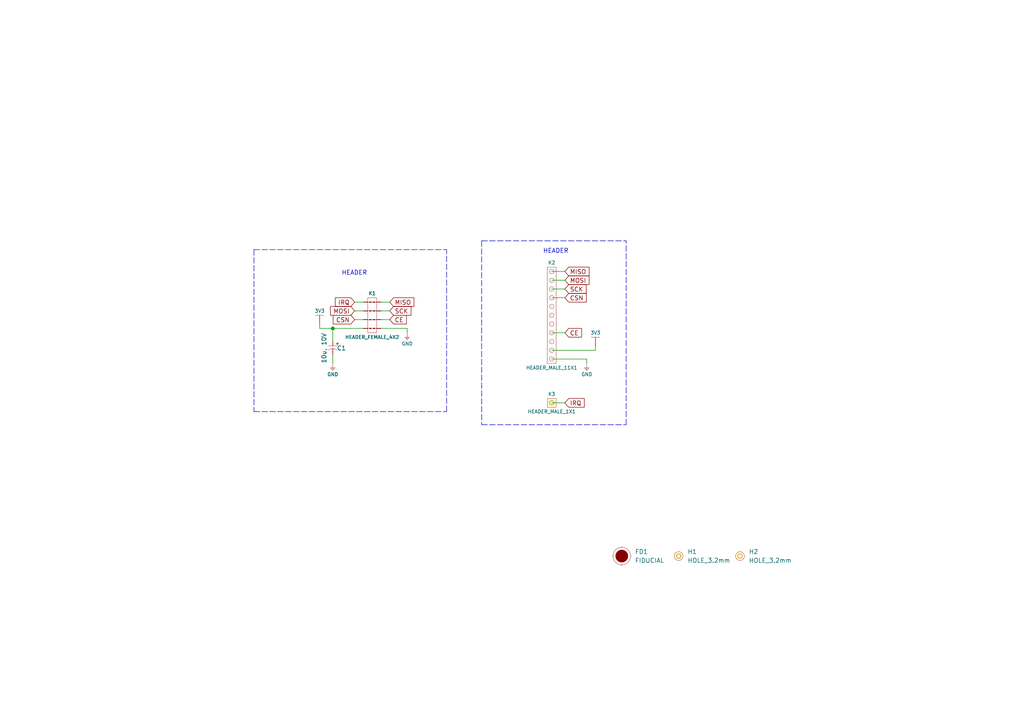
<source format=kicad_sch>
(kicad_sch (version 20211123) (generator eeschema)

  (uuid 9efc7507-1e97-4b38-975f-9c88aa49daf4)

  (paper "A4")

  (title_block
    (title "NRF24L01 adapter")
    (date "2021-09-09")
    (rev "V1.1.1.")
    (company "SOLDERED")
    (comment 1 "333059")
  )

  (lib_symbols
    (symbol "e-radionica.com schematics:3V3" (power) (pin_names (offset 0)) (in_bom yes) (on_board yes)
      (property "Reference" "#PWR" (id 0) (at 4.445 0 0)
        (effects (font (size 1 1)) hide)
      )
      (property "Value" "3V3" (id 1) (at 0 3.556 0)
        (effects (font (size 1 1)))
      )
      (property "Footprint" "" (id 2) (at 4.445 3.81 0)
        (effects (font (size 1 1)) hide)
      )
      (property "Datasheet" "" (id 3) (at 4.445 3.81 0)
        (effects (font (size 1 1)) hide)
      )
      (property "ki_keywords" "power-flag" (id 4) (at 0 0 0)
        (effects (font (size 1.27 1.27)) hide)
      )
      (property "ki_description" "Power symbol creates a global label with name \"3V3\"" (id 5) (at 0 0 0)
        (effects (font (size 1.27 1.27)) hide)
      )
      (symbol "3V3_0_1"
        (polyline
          (pts
            (xy -1.27 2.54)
            (xy 1.27 2.54)
          )
          (stroke (width 0.0006) (type default) (color 0 0 0 0))
          (fill (type none))
        )
        (polyline
          (pts
            (xy 0 0)
            (xy 0 2.54)
          )
          (stroke (width 0) (type default) (color 0 0 0 0))
          (fill (type none))
        )
      )
      (symbol "3V3_1_1"
        (pin power_in line (at 0 0 90) (length 0) hide
          (name "3V3" (effects (font (size 1.27 1.27))))
          (number "1" (effects (font (size 1.27 1.27))))
        )
      )
    )
    (symbol "e-radionica.com schematics:ELECTROLITIC_CAP_4mm" (pin_numbers hide) (pin_names hide) (in_bom yes) (on_board yes)
      (property "Reference" "C" (id 0) (at -1.27 2.54 0)
        (effects (font (size 1.27 1.27)))
      )
      (property "Value" "ELECTROLITIC_CAP_4mm" (id 1) (at 0 -2.54 0)
        (effects (font (size 1.27 1.27)))
      )
      (property "Footprint" "e-radionica.com footprinti:ELECTROLITIC_CAP_4mm" (id 2) (at 0 -5.08 0)
        (effects (font (size 1.27 1.27)) hide)
      )
      (property "Datasheet" "" (id 3) (at 0 0 0)
        (effects (font (size 1.27 1.27)) hide)
      )
      (symbol "ELECTROLITIC_CAP_4mm_0_0"
        (text "+" (at -1.905 1.27 0)
          (effects (font (size 1 1)))
        )
      )
      (symbol "ELECTROLITIC_CAP_4mm_0_1"
        (polyline
          (pts
            (xy -1.27 -1.27)
            (xy -1.27 1.27)
          )
          (stroke (width 0.0006) (type default) (color 0 0 0 0))
          (fill (type none))
        )
        (arc (start -0.0001 1.27) (mid -0.5261 0) (end -0.0001 -1.27)
          (stroke (width 0.0006) (type default) (color 0 0 0 0))
          (fill (type none))
        )
      )
      (symbol "ELECTROLITIC_CAP_4mm_1_1"
        (pin input line (at -2.54 0 0) (length 1.27)
          (name "+" (effects (font (size 1.27 1.27))))
          (number "1" (effects (font (size 1.27 1.27))))
        )
        (pin input line (at 1.27 0 180) (length 1.8)
          (name "-" (effects (font (size 1.27 1.27))))
          (number "2" (effects (font (size 1.27 1.27))))
        )
      )
    )
    (symbol "e-radionica.com schematics:FIDUCIAL" (in_bom no) (on_board yes)
      (property "Reference" "FD" (id 0) (at 0 3.81 0)
        (effects (font (size 1.27 1.27)))
      )
      (property "Value" "FIDUCIAL" (id 1) (at 0 -3.81 0)
        (effects (font (size 1.27 1.27)))
      )
      (property "Footprint" "e-radionica.com footprinti:FIDUCIAL_23" (id 2) (at 0.254 -5.334 0)
        (effects (font (size 1.27 1.27)) hide)
      )
      (property "Datasheet" "" (id 3) (at 0 0 0)
        (effects (font (size 1.27 1.27)) hide)
      )
      (symbol "FIDUCIAL_0_1"
        (polyline
          (pts
            (xy -2.54 0)
            (xy -2.794 0)
          )
          (stroke (width 0.0006) (type default) (color 0 0 0 0))
          (fill (type none))
        )
        (polyline
          (pts
            (xy 0 -2.54)
            (xy 0 -2.794)
          )
          (stroke (width 0.0006) (type default) (color 0 0 0 0))
          (fill (type none))
        )
        (polyline
          (pts
            (xy 0 2.54)
            (xy 0 2.794)
          )
          (stroke (width 0.0006) (type default) (color 0 0 0 0))
          (fill (type none))
        )
        (polyline
          (pts
            (xy 2.54 0)
            (xy 2.794 0)
          )
          (stroke (width 0.0006) (type default) (color 0 0 0 0))
          (fill (type none))
        )
        (circle (center 0 0) (radius 1.7961)
          (stroke (width 0.001) (type default) (color 0 0 0 0))
          (fill (type outline))
        )
        (circle (center 0 0) (radius 2.54)
          (stroke (width 0.0006) (type default) (color 0 0 0 0))
          (fill (type none))
        )
      )
    )
    (symbol "e-radionica.com schematics:GND" (power) (pin_names (offset 0)) (in_bom yes) (on_board yes)
      (property "Reference" "#PWR" (id 0) (at 4.445 0 0)
        (effects (font (size 1 1)) hide)
      )
      (property "Value" "GND" (id 1) (at 0 -2.921 0)
        (effects (font (size 1 1)))
      )
      (property "Footprint" "" (id 2) (at 4.445 3.81 0)
        (effects (font (size 1 1)) hide)
      )
      (property "Datasheet" "" (id 3) (at 4.445 3.81 0)
        (effects (font (size 1 1)) hide)
      )
      (property "ki_keywords" "power-flag" (id 4) (at 0 0 0)
        (effects (font (size 1.27 1.27)) hide)
      )
      (property "ki_description" "Power symbol creates a global label with name \"GND\"" (id 5) (at 0 0 0)
        (effects (font (size 1.27 1.27)) hide)
      )
      (symbol "GND_0_1"
        (polyline
          (pts
            (xy -0.762 -1.27)
            (xy 0.762 -1.27)
          )
          (stroke (width 0.0006) (type default) (color 0 0 0 0))
          (fill (type none))
        )
        (polyline
          (pts
            (xy -0.635 -1.524)
            (xy 0.635 -1.524)
          )
          (stroke (width 0.0006) (type default) (color 0 0 0 0))
          (fill (type none))
        )
        (polyline
          (pts
            (xy -0.381 -1.778)
            (xy 0.381 -1.778)
          )
          (stroke (width 0.0006) (type default) (color 0 0 0 0))
          (fill (type none))
        )
        (polyline
          (pts
            (xy -0.127 -2.032)
            (xy 0.127 -2.032)
          )
          (stroke (width 0.0006) (type default) (color 0 0 0 0))
          (fill (type none))
        )
        (polyline
          (pts
            (xy 0 0)
            (xy 0 -1.27)
          )
          (stroke (width 0.0006) (type default) (color 0 0 0 0))
          (fill (type none))
        )
      )
      (symbol "GND_1_1"
        (pin power_in line (at 0 0 270) (length 0) hide
          (name "GND" (effects (font (size 1.27 1.27))))
          (number "1" (effects (font (size 1.27 1.27))))
        )
      )
    )
    (symbol "e-radionica.com schematics:HEADER_FEMALE_4X2" (pin_numbers hide) (pin_names hide) (in_bom yes) (on_board yes)
      (property "Reference" "K" (id 0) (at -0.635 7.62 0)
        (effects (font (size 1 1)))
      )
      (property "Value" "HEADER_FEMALE_4X2" (id 1) (at 0 -5.08 0)
        (effects (font (size 1 1)))
      )
      (property "Footprint" "e-radionica.com footprinti:HEADER_FEMALE_4X2" (id 2) (at 0 -6.35 0)
        (effects (font (size 1 1)) hide)
      )
      (property "Datasheet" "" (id 3) (at 0 -2.54 0)
        (effects (font (size 1 1)) hide)
      )
      (symbol "HEADER_FEMALE_4X2_0_1"
        (rectangle (start -1.27 6.35) (end 1.27 -3.81)
          (stroke (width 0.0006) (type default) (color 0 0 0 0))
          (fill (type none))
        )
        (polyline
          (pts
            (xy -1.27 -2.54)
            (xy -0.635 -2.54)
          )
          (stroke (width 0.0006) (type default) (color 0 0 0 0))
          (fill (type none))
        )
        (polyline
          (pts
            (xy -1.27 0)
            (xy -0.635 0)
          )
          (stroke (width 0.0006) (type default) (color 0 0 0 0))
          (fill (type none))
        )
        (polyline
          (pts
            (xy -1.27 2.54)
            (xy -0.635 2.54)
          )
          (stroke (width 0.0006) (type default) (color 0 0 0 0))
          (fill (type none))
        )
        (polyline
          (pts
            (xy -1.27 5.08)
            (xy -0.635 5.08)
          )
          (stroke (width 0.0006) (type default) (color 0 0 0 0))
          (fill (type none))
        )
        (polyline
          (pts
            (xy -0.762 -2.54)
            (xy -0.254 -2.54)
          )
          (stroke (width 0.3) (type default) (color 0 0 0 0))
          (fill (type none))
        )
        (polyline
          (pts
            (xy -0.762 0)
            (xy -0.254 0)
          )
          (stroke (width 0.3) (type default) (color 0 0 0 0))
          (fill (type none))
        )
        (polyline
          (pts
            (xy -0.762 2.54)
            (xy -0.254 2.54)
          )
          (stroke (width 0.3) (type default) (color 0 0 0 0))
          (fill (type none))
        )
        (polyline
          (pts
            (xy -0.762 5.08)
            (xy -0.254 5.08)
          )
          (stroke (width 0.3) (type default) (color 0 0 0 0))
          (fill (type none))
        )
        (polyline
          (pts
            (xy 0.254 -2.54)
            (xy 0.762 -2.54)
          )
          (stroke (width 0.3) (type default) (color 0 0 0 0))
          (fill (type none))
        )
        (polyline
          (pts
            (xy 0.254 0)
            (xy 0.762 0)
          )
          (stroke (width 0.3) (type default) (color 0 0 0 0))
          (fill (type none))
        )
        (polyline
          (pts
            (xy 0.254 2.54)
            (xy 0.762 2.54)
          )
          (stroke (width 0.3) (type default) (color 0 0 0 0))
          (fill (type none))
        )
        (polyline
          (pts
            (xy 0.254 5.08)
            (xy 0.762 5.08)
          )
          (stroke (width 0.3) (type default) (color 0 0 0 0))
          (fill (type none))
        )
        (polyline
          (pts
            (xy 1.27 -2.54)
            (xy 0.635 -2.54)
          )
          (stroke (width 0.0006) (type default) (color 0 0 0 0))
          (fill (type none))
        )
        (polyline
          (pts
            (xy 1.27 0)
            (xy 0.635 0)
          )
          (stroke (width 0.0006) (type default) (color 0 0 0 0))
          (fill (type none))
        )
        (polyline
          (pts
            (xy 1.27 2.54)
            (xy 0.635 2.54)
          )
          (stroke (width 0.0006) (type default) (color 0 0 0 0))
          (fill (type none))
        )
        (polyline
          (pts
            (xy 1.27 5.08)
            (xy 0.635 5.08)
          )
          (stroke (width 0.0006) (type default) (color 0 0 0 0))
          (fill (type none))
        )
      )
      (symbol "HEADER_FEMALE_4X2_1_1"
        (pin passive line (at -2.54 5.08 0) (length 1.27)
          (name "~" (effects (font (size 1 1))))
          (number "1" (effects (font (size 1 1))))
        )
        (pin passive line (at -2.54 2.54 0) (length 1.27)
          (name "~" (effects (font (size 1 1))))
          (number "2" (effects (font (size 1 1))))
        )
        (pin passive line (at -2.54 0 0) (length 1.27)
          (name "~" (effects (font (size 1 1))))
          (number "3" (effects (font (size 1 1))))
        )
        (pin passive line (at -2.54 -2.54 0) (length 1.27)
          (name "~" (effects (font (size 1 1))))
          (number "4" (effects (font (size 1 1))))
        )
        (pin passive line (at 2.54 -2.54 180) (length 1.27)
          (name "~" (effects (font (size 1 1))))
          (number "5" (effects (font (size 1 1))))
        )
        (pin passive line (at 2.54 0 180) (length 1.27)
          (name "~" (effects (font (size 1 1))))
          (number "6" (effects (font (size 1 1))))
        )
        (pin passive line (at 2.54 2.54 180) (length 1.27)
          (name "~" (effects (font (size 1 1))))
          (number "7" (effects (font (size 1 1))))
        )
        (pin passive line (at 2.54 5.08 180) (length 1.27)
          (name "~" (effects (font (size 1 1))))
          (number "8" (effects (font (size 1 1))))
        )
      )
    )
    (symbol "e-radionica.com schematics:HEADER_MALE_11X1" (pin_numbers hide) (pin_names hide) (in_bom yes) (on_board yes)
      (property "Reference" "K" (id 0) (at -0.635 15.24 0)
        (effects (font (size 1 1)))
      )
      (property "Value" "HEADER_MALE_11X1" (id 1) (at 1.27 -15.24 0)
        (effects (font (size 1 1)))
      )
      (property "Footprint" "e-radionica.com footprinti:HEADER_MALE_11X1" (id 2) (at 0 0 0)
        (effects (font (size 1 1)) hide)
      )
      (property "Datasheet" "" (id 3) (at 0 0 0)
        (effects (font (size 1 1)) hide)
      )
      (symbol "HEADER_MALE_11X1_0_1"
        (circle (center 0 -12.7) (radius 0.635)
          (stroke (width 0.0006) (type default) (color 0 0 0 0))
          (fill (type none))
        )
        (circle (center 0 -10.16) (radius 0.635)
          (stroke (width 0.0006) (type default) (color 0 0 0 0))
          (fill (type none))
        )
        (circle (center 0 -7.62) (radius 0.635)
          (stroke (width 0.0006) (type default) (color 0 0 0 0))
          (fill (type none))
        )
        (circle (center 0 -5.08) (radius 0.635)
          (stroke (width 0.0006) (type default) (color 0 0 0 0))
          (fill (type none))
        )
        (circle (center 0 -2.54) (radius 0.635)
          (stroke (width 0.0006) (type default) (color 0 0 0 0))
          (fill (type none))
        )
        (circle (center 0 0) (radius 0.635)
          (stroke (width 0.0006) (type default) (color 0 0 0 0))
          (fill (type none))
        )
        (circle (center 0 2.54) (radius 0.635)
          (stroke (width 0.0006) (type default) (color 0 0 0 0))
          (fill (type none))
        )
        (circle (center 0 5.08) (radius 0.635)
          (stroke (width 0.0006) (type default) (color 0 0 0 0))
          (fill (type none))
        )
        (circle (center 0 7.62) (radius 0.635)
          (stroke (width 0.0006) (type default) (color 0 0 0 0))
          (fill (type none))
        )
        (circle (center 0 10.16) (radius 0.635)
          (stroke (width 0.0006) (type default) (color 0 0 0 0))
          (fill (type none))
        )
        (circle (center 0 12.7) (radius 0.635)
          (stroke (width 0.0006) (type default) (color 0 0 0 0))
          (fill (type none))
        )
        (rectangle (start 1.27 -13.97) (end -1.27 13.97)
          (stroke (width 0.0006) (type default) (color 0 0 0 0))
          (fill (type none))
        )
      )
      (symbol "HEADER_MALE_11X1_1_1"
        (pin passive line (at 0 -12.7 180) (length 0)
          (name "~" (effects (font (size 0.991 0.991))))
          (number "1" (effects (font (size 0.991 0.991))))
        )
        (pin passive line (at 0 10.16 180) (length 0)
          (name "~" (effects (font (size 0.991 0.991))))
          (number "10" (effects (font (size 0.991 0.991))))
        )
        (pin passive line (at 0 12.7 180) (length 0)
          (name "~" (effects (font (size 0.991 0.991))))
          (number "11" (effects (font (size 0.991 0.991))))
        )
        (pin passive line (at 0 -10.16 180) (length 0)
          (name "~" (effects (font (size 0.991 0.991))))
          (number "2" (effects (font (size 0.991 0.991))))
        )
        (pin passive line (at 0 -7.62 180) (length 0)
          (name "~" (effects (font (size 0.991 0.991))))
          (number "3" (effects (font (size 0.991 0.991))))
        )
        (pin passive line (at 0 -5.08 180) (length 0)
          (name "~" (effects (font (size 0.991 0.991))))
          (number "4" (effects (font (size 0.991 0.991))))
        )
        (pin passive line (at 0 -2.54 180) (length 0)
          (name "~" (effects (font (size 0.991 0.991))))
          (number "5" (effects (font (size 0.991 0.991))))
        )
        (pin passive line (at 0 0 180) (length 0)
          (name "~" (effects (font (size 0.991 0.991))))
          (number "6" (effects (font (size 0.991 0.991))))
        )
        (pin passive line (at 0 2.54 180) (length 0)
          (name "~" (effects (font (size 0.991 0.991))))
          (number "7" (effects (font (size 0.991 0.991))))
        )
        (pin passive line (at 0 5.08 180) (length 0)
          (name "~" (effects (font (size 0.991 0.991))))
          (number "8" (effects (font (size 0.991 0.991))))
        )
        (pin passive line (at 0 7.62 180) (length 0)
          (name "~" (effects (font (size 0.991 0.991))))
          (number "9" (effects (font (size 0.991 0.991))))
        )
      )
    )
    (symbol "e-radionica.com schematics:HEADER_MALE_1X1" (pin_numbers hide) (pin_names hide) (in_bom yes) (on_board yes)
      (property "Reference" "K" (id 0) (at -0.635 2.54 0)
        (effects (font (size 1 1)))
      )
      (property "Value" "HEADER_MALE_1X1" (id 1) (at 0 -2.54 0)
        (effects (font (size 1 1)))
      )
      (property "Footprint" "e-radionica.com footprinti:HEADER_MALE_1X1" (id 2) (at 0 0 0)
        (effects (font (size 1 1)) hide)
      )
      (property "Datasheet" "" (id 3) (at 0 0 0)
        (effects (font (size 1 1)) hide)
      )
      (symbol "HEADER_MALE_1X1_0_1"
        (rectangle (start -1.27 1.27) (end 1.27 -1.27)
          (stroke (width 0.001) (type default) (color 0 0 0 0))
          (fill (type background))
        )
        (circle (center 0 0) (radius 0.635)
          (stroke (width 0.0006) (type default) (color 0 0 0 0))
          (fill (type none))
        )
      )
      (symbol "HEADER_MALE_1X1_1_1"
        (pin passive line (at 0 0 180) (length 0)
          (name "~" (effects (font (size 1 1))))
          (number "1" (effects (font (size 1 1))))
        )
      )
    )
    (symbol "e-radionica.com schematics:HOLE_3.2mm" (pin_numbers hide) (pin_names hide) (in_bom yes) (on_board yes)
      (property "Reference" "H" (id 0) (at 0 2.54 0)
        (effects (font (size 1.27 1.27)))
      )
      (property "Value" "HOLE_3.2mm" (id 1) (at 0 -2.54 0)
        (effects (font (size 1.27 1.27)))
      )
      (property "Footprint" "e-radionica.com footprinti:HOLE_3.2mm" (id 2) (at 0 0 0)
        (effects (font (size 1.27 1.27)) hide)
      )
      (property "Datasheet" "" (id 3) (at 0 0 0)
        (effects (font (size 1.27 1.27)) hide)
      )
      (symbol "HOLE_3.2mm_0_1"
        (circle (center 0 0) (radius 0.635)
          (stroke (width 0.0006) (type default) (color 0 0 0 0))
          (fill (type none))
        )
        (circle (center 0 0) (radius 1.27)
          (stroke (width 0.001) (type default) (color 0 0 0 0))
          (fill (type background))
        )
      )
    )
  )

  (junction (at 96.52 95.25) (diameter 0.9144) (color 0 0 0 0)
    (uuid bd5408e4-362d-4e43-9d39-78fb99eb52c8)
  )

  (wire (pts (xy 160.02 81.28) (xy 163.83 81.28))
    (stroke (width 0) (type solid) (color 0 0 0 0))
    (uuid 0c5963e4-73b7-467b-9de7-6e9409b0f931)
  )
  (wire (pts (xy 160.02 96.52) (xy 163.83 96.52))
    (stroke (width 0) (type solid) (color 0 0 0 0))
    (uuid 0e7ede17-1ba9-4606-9439-d122f52d6f5b)
  )
  (wire (pts (xy 110.49 90.17) (xy 113.03 90.17))
    (stroke (width 0) (type solid) (color 0 0 0 0))
    (uuid 102bcae0-f86a-43d7-b906-0c5a988fa0a2)
  )
  (polyline (pts (xy 139.7 69.85) (xy 139.7 123.19))
    (stroke (width 0) (type dash) (color 0 0 0 0))
    (uuid 191cbcb4-19cf-41e0-a075-dda66256f0fa)
  )
  (polyline (pts (xy 139.7 69.85) (xy 181.61 69.85))
    (stroke (width 0) (type dash) (color 0 0 0 0))
    (uuid 191cbcb4-19cf-41e0-a075-dda66256f0fb)
  )
  (polyline (pts (xy 139.7 123.19) (xy 181.61 123.19))
    (stroke (width 0) (type dash) (color 0 0 0 0))
    (uuid 191cbcb4-19cf-41e0-a075-dda66256f0fc)
  )
  (polyline (pts (xy 181.61 123.19) (xy 181.61 69.85))
    (stroke (width 0) (type dash) (color 0 0 0 0))
    (uuid 191cbcb4-19cf-41e0-a075-dda66256f0fd)
  )

  (wire (pts (xy 110.49 95.25) (xy 118.11 95.25))
    (stroke (width 0) (type solid) (color 0 0 0 0))
    (uuid 1d686364-57ba-4e70-9de1-2704446ea0f8)
  )
  (wire (pts (xy 118.11 95.25) (xy 118.11 96.52))
    (stroke (width 0) (type solid) (color 0 0 0 0))
    (uuid 1d686364-57ba-4e70-9de1-2704446ea0f9)
  )
  (wire (pts (xy 110.49 92.71) (xy 113.03 92.71))
    (stroke (width 0) (type solid) (color 0 0 0 0))
    (uuid 2d744528-5bc1-4883-8440-fee1204dd6fa)
  )
  (wire (pts (xy 160.02 104.14) (xy 170.18 104.14))
    (stroke (width 0) (type solid) (color 0 0 0 0))
    (uuid 2ff431d4-b98d-4cab-96ad-2e84c49905ac)
  )
  (wire (pts (xy 170.18 104.14) (xy 170.18 105.41))
    (stroke (width 0) (type solid) (color 0 0 0 0))
    (uuid 2ff431d4-b98d-4cab-96ad-2e84c49905ad)
  )
  (wire (pts (xy 92.71 95.25) (xy 92.71 93.98))
    (stroke (width 0) (type solid) (color 0 0 0 0))
    (uuid 30473fc4-af76-45e9-9a05-c221dcc6ede0)
  )
  (wire (pts (xy 96.52 95.25) (xy 92.71 95.25))
    (stroke (width 0) (type solid) (color 0 0 0 0))
    (uuid 30473fc4-af76-45e9-9a05-c221dcc6ede1)
  )
  (wire (pts (xy 105.41 95.25) (xy 96.52 95.25))
    (stroke (width 0) (type solid) (color 0 0 0 0))
    (uuid 30473fc4-af76-45e9-9a05-c221dcc6ede2)
  )
  (wire (pts (xy 110.49 87.63) (xy 113.03 87.63))
    (stroke (width 0) (type solid) (color 0 0 0 0))
    (uuid 3bd9d9d9-7238-43db-abe1-790e181fd7d2)
  )
  (wire (pts (xy 102.87 87.63) (xy 105.41 87.63))
    (stroke (width 0) (type solid) (color 0 0 0 0))
    (uuid 4768da6d-8c4a-4394-b499-fb8e3a15d347)
  )
  (wire (pts (xy 160.02 83.82) (xy 163.83 83.82))
    (stroke (width 0) (type solid) (color 0 0 0 0))
    (uuid 841f0b84-4763-4d32-83f0-2912f2b52d16)
  )
  (wire (pts (xy 160.02 101.6) (xy 172.72 101.6))
    (stroke (width 0) (type solid) (color 0 0 0 0))
    (uuid 890a6dcc-e96a-4c54-8f3c-4edcc3bf0a82)
  )
  (wire (pts (xy 172.72 101.6) (xy 172.72 100.33))
    (stroke (width 0) (type solid) (color 0 0 0 0))
    (uuid 890a6dcc-e96a-4c54-8f3c-4edcc3bf0a83)
  )
  (wire (pts (xy 102.87 92.71) (xy 105.41 92.71))
    (stroke (width 0) (type solid) (color 0 0 0 0))
    (uuid 991f5b52-26ac-4f99-ba1b-5dac016102f4)
  )
  (wire (pts (xy 96.52 95.25) (xy 96.52 99.06))
    (stroke (width 0) (type solid) (color 0 0 0 0))
    (uuid b478d6f5-be14-4f80-9157-1e2e5cff0c78)
  )
  (wire (pts (xy 160.02 116.84) (xy 163.83 116.84))
    (stroke (width 0) (type solid) (color 0 0 0 0))
    (uuid b7858285-bda5-4831-a033-6279f83c43e6)
  )
  (wire (pts (xy 160.02 86.36) (xy 163.83 86.36))
    (stroke (width 0) (type solid) (color 0 0 0 0))
    (uuid cc605dc7-48e8-4f65-9cdd-23a66b49d85f)
  )
  (wire (pts (xy 160.02 78.74) (xy 163.83 78.74))
    (stroke (width 0) (type solid) (color 0 0 0 0))
    (uuid cd2e063b-9c4a-4079-826f-fc10caaaf2da)
  )
  (wire (pts (xy 102.87 90.17) (xy 105.41 90.17))
    (stroke (width 0) (type solid) (color 0 0 0 0))
    (uuid d2de82ca-0977-4373-9da2-2ed33aceb557)
  )
  (polyline (pts (xy 73.66 72.39) (xy 73.66 119.38))
    (stroke (width 0) (type dash) (color 0 0 0 0))
    (uuid f81f3a40-68b7-433d-aeb2-ff3cffb3c583)
  )
  (polyline (pts (xy 73.66 72.39) (xy 129.54 72.39))
    (stroke (width 0) (type dash) (color 0 0 0 0))
    (uuid f81f3a40-68b7-433d-aeb2-ff3cffb3c584)
  )
  (polyline (pts (xy 73.66 119.38) (xy 129.54 119.38))
    (stroke (width 0) (type dash) (color 0 0 0 0))
    (uuid f81f3a40-68b7-433d-aeb2-ff3cffb3c585)
  )
  (polyline (pts (xy 129.54 119.38) (xy 129.54 72.39))
    (stroke (width 0) (type dash) (color 0 0 0 0))
    (uuid f81f3a40-68b7-433d-aeb2-ff3cffb3c586)
  )

  (wire (pts (xy 96.52 102.87) (xy 96.52 105.41))
    (stroke (width 0) (type solid) (color 0 0 0 0))
    (uuid fc1afdcc-8bc1-4e13-bb7f-9cde271e89ce)
  )

  (text "HEADER\n" (at 157.48 73.66 0)
    (effects (font (size 1.27 1.27)) (justify left bottom))
    (uuid 36facc54-a619-4231-951c-c19d4c6c968f)
  )
  (text "HEADER" (at 99.06 80.01 0)
    (effects (font (size 1.27 1.27)) (justify left bottom))
    (uuid acec7841-3c75-42e0-8d10-bd12715a7cb2)
  )

  (global_label "CE" (shape input) (at 163.83 96.52 0) (fields_autoplaced)
    (effects (font (size 1.27 1.27)) (justify left))
    (uuid 1b881a19-c74c-445f-95d1-b472f0138cf5)
    (property "Intersheet References" "${INTERSHEET_REFS}" (id 0) (at 168.6621 96.4406 0)
      (effects (font (size 1.27 1.27)) (justify left) hide)
    )
  )
  (global_label "MOSI" (shape input) (at 102.87 90.17 180) (fields_autoplaced)
    (effects (font (size 1.27 1.27)) (justify right))
    (uuid 3dea750a-ed06-4244-bff1-e67731161ea0)
    (property "Intersheet References" "${INTERSHEET_REFS}" (id 0) (at 95.8607 90.0906 0)
      (effects (font (size 1.27 1.27)) (justify right) hide)
    )
  )
  (global_label "IRQ" (shape input) (at 102.87 87.63 180) (fields_autoplaced)
    (effects (font (size 1.27 1.27)) (justify right))
    (uuid 62af63da-3e34-4dd5-9ec0-2e3b07c26892)
    (property "Intersheet References" "${INTERSHEET_REFS}" (id 0) (at 97.2517 87.5506 0)
      (effects (font (size 1.27 1.27)) (justify right) hide)
    )
  )
  (global_label "SCK" (shape input) (at 113.03 90.17 0) (fields_autoplaced)
    (effects (font (size 1.27 1.27)) (justify left))
    (uuid 86a1b09e-178e-4221-88dc-b0e78c86b6f9)
    (property "Intersheet References" "${INTERSHEET_REFS}" (id 0) (at 119.1926 90.0906 0)
      (effects (font (size 1.27 1.27)) (justify left) hide)
    )
  )
  (global_label "MOSI" (shape input) (at 163.83 81.28 0) (fields_autoplaced)
    (effects (font (size 1.27 1.27)) (justify left))
    (uuid 94582cad-1786-4c81-8a4c-7620f9b627ca)
    (property "Intersheet References" "${INTERSHEET_REFS}" (id 0) (at 170.8393 81.3594 0)
      (effects (font (size 1.27 1.27)) (justify left) hide)
    )
  )
  (global_label "CSN" (shape input) (at 163.83 86.36 0) (fields_autoplaced)
    (effects (font (size 1.27 1.27)) (justify left))
    (uuid 9eaa171b-39d1-43c2-bba6-62f15220ef2f)
    (property "Intersheet References" "${INTERSHEET_REFS}" (id 0) (at 170.0531 86.4394 0)
      (effects (font (size 1.27 1.27)) (justify left) hide)
    )
  )
  (global_label "CSN" (shape input) (at 102.87 92.71 180) (fields_autoplaced)
    (effects (font (size 1.27 1.27)) (justify right))
    (uuid a07cdea6-e71f-41de-a5f9-878a8311ecc5)
    (property "Intersheet References" "${INTERSHEET_REFS}" (id 0) (at 96.6469 92.6306 0)
      (effects (font (size 1.27 1.27)) (justify right) hide)
    )
  )
  (global_label "MISO" (shape input) (at 163.83 78.74 0) (fields_autoplaced)
    (effects (font (size 1.27 1.27)) (justify left))
    (uuid b08e534d-39c4-42ab-b88d-e2a01c5075d2)
    (property "Intersheet References" "${INTERSHEET_REFS}" (id 0) (at 170.8393 78.6606 0)
      (effects (font (size 1.27 1.27)) (justify left) hide)
    )
  )
  (global_label "MISO" (shape input) (at 113.03 87.63 0) (fields_autoplaced)
    (effects (font (size 1.27 1.27)) (justify left))
    (uuid b84a5351-efcf-4e00-b051-c27a5516a0f7)
    (property "Intersheet References" "${INTERSHEET_REFS}" (id 0) (at 120.0393 87.5506 0)
      (effects (font (size 1.27 1.27)) (justify left) hide)
    )
  )
  (global_label "IRQ" (shape input) (at 163.83 116.84 0) (fields_autoplaced)
    (effects (font (size 1.27 1.27)) (justify left))
    (uuid d1f2d0b9-c4d7-4160-b008-d8fe3c41804b)
    (property "Intersheet References" "${INTERSHEET_REFS}" (id 0) (at 169.4483 116.9194 0)
      (effects (font (size 1.27 1.27)) (justify left) hide)
    )
  )
  (global_label "CE" (shape input) (at 113.03 92.71 0) (fields_autoplaced)
    (effects (font (size 1.27 1.27)) (justify left))
    (uuid e82e8f87-234b-4426-a5ea-a324d67a8198)
    (property "Intersheet References" "${INTERSHEET_REFS}" (id 0) (at 117.8621 92.6306 0)
      (effects (font (size 1.27 1.27)) (justify left) hide)
    )
  )
  (global_label "SCK" (shape input) (at 163.83 83.82 0) (fields_autoplaced)
    (effects (font (size 1.27 1.27)) (justify left))
    (uuid f889dc2a-d501-413e-8496-197c359d0b77)
    (property "Intersheet References" "${INTERSHEET_REFS}" (id 0) (at 169.9926 83.7406 0)
      (effects (font (size 1.27 1.27)) (justify left) hide)
    )
  )

  (symbol (lib_id "e-radionica.com schematics:HOLE_3.2mm") (at 196.85 161.29 0) (unit 1)
    (in_bom yes) (on_board yes) (fields_autoplaced)
    (uuid 06895997-133d-458a-9434-19aea2e63674)
    (property "Reference" "H1" (id 0) (at 199.39 160.0199 0)
      (effects (font (size 1.27 1.27)) (justify left))
    )
    (property "Value" "HOLE_3.2mm" (id 1) (at 199.39 162.5599 0)
      (effects (font (size 1.27 1.27)) (justify left))
    )
    (property "Footprint" "e-radionica.com footprinti:HOLE_3.2mm" (id 2) (at 196.85 161.29 0)
      (effects (font (size 1.27 1.27)) hide)
    )
    (property "Datasheet" "" (id 3) (at 196.85 161.29 0)
      (effects (font (size 1.27 1.27)) hide)
    )
  )

  (symbol (lib_id "e-radionica.com schematics:FIDUCIAL") (at 180.34 161.29 0) (unit 1)
    (in_bom no) (on_board yes) (fields_autoplaced)
    (uuid 10d2a085-c3b9-41f1-86a6-a547dc9ea8d6)
    (property "Reference" "FD1" (id 0) (at 184.15 160.0199 0)
      (effects (font (size 1.27 1.27)) (justify left))
    )
    (property "Value" "FIDUCIAL" (id 1) (at 184.15 162.5599 0)
      (effects (font (size 1.27 1.27)) (justify left))
    )
    (property "Footprint" "e-radionica.com footprinti:FIDUCIAL_23" (id 2) (at 180.594 166.624 0)
      (effects (font (size 1.27 1.27)) hide)
    )
    (property "Datasheet" "" (id 3) (at 180.34 161.29 0)
      (effects (font (size 1.27 1.27)) hide)
    )
  )

  (symbol (lib_id "e-radionica.com schematics:GND") (at 170.18 105.41 0) (unit 1)
    (in_bom yes) (on_board yes)
    (uuid 15311c52-d265-490b-8705-8c0252c31f6b)
    (property "Reference" "#PWR04" (id 0) (at 174.625 105.41 0)
      (effects (font (size 1 1)) hide)
    )
    (property "Value" "GND" (id 1) (at 170.18 108.585 0)
      (effects (font (size 1 1)))
    )
    (property "Footprint" "" (id 2) (at 174.625 101.6 0)
      (effects (font (size 1 1)) hide)
    )
    (property "Datasheet" "" (id 3) (at 174.625 101.6 0)
      (effects (font (size 1 1)) hide)
    )
    (pin "1" (uuid b542925b-f6b7-45a3-a52b-31ea7586de89))
  )

  (symbol (lib_id "e-radionica.com schematics:GND") (at 118.11 96.52 0) (unit 1)
    (in_bom yes) (on_board yes)
    (uuid 738b8360-27c3-4795-a040-f264094959fc)
    (property "Reference" "#PWR03" (id 0) (at 122.555 96.52 0)
      (effects (font (size 1 1)) hide)
    )
    (property "Value" "GND" (id 1) (at 118.11 99.695 0)
      (effects (font (size 1 1)))
    )
    (property "Footprint" "" (id 2) (at 122.555 92.71 0)
      (effects (font (size 1 1)) hide)
    )
    (property "Datasheet" "" (id 3) (at 122.555 92.71 0)
      (effects (font (size 1 1)) hide)
    )
    (pin "1" (uuid cfa497d4-80c6-4fdc-9b68-494ccab28384))
  )

  (symbol (lib_id "e-radionica.com schematics:HEADER_FEMALE_4X2") (at 107.95 92.71 0) (unit 1)
    (in_bom yes) (on_board yes)
    (uuid 8ac75fb8-6267-44b3-94fa-cfee460d9ec3)
    (property "Reference" "K1" (id 0) (at 107.95 85.09 0)
      (effects (font (size 1 1)))
    )
    (property "Value" "HEADER_FEMALE_4X2" (id 1) (at 107.95 97.79 0)
      (effects (font (size 1 1)))
    )
    (property "Footprint" "e-radionica.com footprinti:HEADER_FEMALE_4X2" (id 2) (at 107.95 99.06 0)
      (effects (font (size 1 1)) hide)
    )
    (property "Datasheet" "" (id 3) (at 107.95 95.25 0)
      (effects (font (size 1 1)) hide)
    )
    (pin "1" (uuid c5711587-3f46-473e-baed-640c3d25dc3a))
    (pin "2" (uuid 0361ad7b-fb74-4050-86e2-fae77d9c4659))
    (pin "3" (uuid 7ff620ce-3090-42f3-a462-3a7c0b4da12e))
    (pin "4" (uuid f526726a-c894-40a6-8a7b-3d0e2a786ebf))
    (pin "5" (uuid 1786b5b6-f829-4f2d-8726-948c59fcb15f))
    (pin "6" (uuid b2e7a11d-7466-4ac2-a25d-33e0b051e1c6))
    (pin "7" (uuid 2819694e-c593-44f5-af74-16fa521ada44))
    (pin "8" (uuid 44232704-0829-4d84-921b-a3fb20650d9b))
  )

  (symbol (lib_id "e-radionica.com schematics:HOLE_3.2mm") (at 214.63 161.29 0) (unit 1)
    (in_bom yes) (on_board yes) (fields_autoplaced)
    (uuid 9988fd57-7322-4b8b-9b2f-9c15323dc43a)
    (property "Reference" "H2" (id 0) (at 217.17 160.0199 0)
      (effects (font (size 1.27 1.27)) (justify left))
    )
    (property "Value" "HOLE_3.2mm" (id 1) (at 217.17 162.5599 0)
      (effects (font (size 1.27 1.27)) (justify left))
    )
    (property "Footprint" "e-radionica.com footprinti:HOLE_3.2mm" (id 2) (at 214.63 161.29 0)
      (effects (font (size 1.27 1.27)) hide)
    )
    (property "Datasheet" "" (id 3) (at 214.63 161.29 0)
      (effects (font (size 1.27 1.27)) hide)
    )
  )

  (symbol (lib_id "e-radionica.com schematics:GND") (at 96.52 105.41 0) (unit 1)
    (in_bom yes) (on_board yes)
    (uuid ae79384a-856e-4ba1-bc9d-f19fce89f541)
    (property "Reference" "#PWR02" (id 0) (at 100.965 105.41 0)
      (effects (font (size 1 1)) hide)
    )
    (property "Value" "GND" (id 1) (at 96.52 108.585 0)
      (effects (font (size 1 1)))
    )
    (property "Footprint" "" (id 2) (at 100.965 101.6 0)
      (effects (font (size 1 1)) hide)
    )
    (property "Datasheet" "" (id 3) (at 100.965 101.6 0)
      (effects (font (size 1 1)) hide)
    )
    (pin "1" (uuid 8c29f1e1-8373-46fe-8265-05a5d5315958))
  )

  (symbol (lib_id "e-radionica.com schematics:3V3") (at 92.71 93.98 0) (unit 1)
    (in_bom yes) (on_board yes) (fields_autoplaced)
    (uuid c32bc835-ec53-4b23-966d-ee51b75a2d29)
    (property "Reference" "#PWR01" (id 0) (at 97.155 93.98 0)
      (effects (font (size 1 1)) hide)
    )
    (property "Value" "3V3" (id 1) (at 92.71 90.17 0)
      (effects (font (size 1 1)))
    )
    (property "Footprint" "" (id 2) (at 97.155 90.17 0)
      (effects (font (size 1 1)) hide)
    )
    (property "Datasheet" "" (id 3) (at 97.155 90.17 0)
      (effects (font (size 1 1)) hide)
    )
    (pin "1" (uuid c8ce8fe1-6f09-4227-b650-ea06e010672c))
  )

  (symbol (lib_id "e-radionica.com schematics:ELECTROLITIC_CAP_4mm") (at 96.52 101.6 270) (unit 1)
    (in_bom yes) (on_board yes)
    (uuid dbfb1823-bac4-4a12-b49e-8a2bdcc88ba5)
    (property "Reference" "C1" (id 0) (at 99.06 100.965 90))
    (property "Value" "10u, 10V" (id 1) (at 93.98 100.965 0))
    (property "Footprint" "e-radionica.com footprinti:ELECTROLITIC_CAP_4mm" (id 2) (at 91.44 101.6 0)
      (effects (font (size 1.27 1.27)) hide)
    )
    (property "Datasheet" "" (id 3) (at 96.52 101.6 0)
      (effects (font (size 1.27 1.27)) hide)
    )
    (pin "1" (uuid 4f869c74-1425-4967-aec7-d4707c244bf4))
    (pin "2" (uuid 80487bc4-cf2d-4e9a-83e9-7b162ed9dbc3))
  )

  (symbol (lib_id "e-radionica.com schematics:3V3") (at 172.72 100.33 0) (unit 1)
    (in_bom yes) (on_board yes) (fields_autoplaced)
    (uuid e70e7779-bf10-4877-b81f-681a7e96d2f9)
    (property "Reference" "#PWR05" (id 0) (at 177.165 100.33 0)
      (effects (font (size 1 1)) hide)
    )
    (property "Value" "3V3" (id 1) (at 172.72 96.52 0)
      (effects (font (size 1 1)))
    )
    (property "Footprint" "" (id 2) (at 177.165 96.52 0)
      (effects (font (size 1 1)) hide)
    )
    (property "Datasheet" "" (id 3) (at 177.165 96.52 0)
      (effects (font (size 1 1)) hide)
    )
    (pin "1" (uuid b5f6f15f-4f5b-470c-86a3-3d47530f70b0))
  )

  (symbol (lib_id "e-radionica.com schematics:HEADER_MALE_1X1") (at 160.02 116.84 0) (unit 1)
    (in_bom yes) (on_board yes)
    (uuid ec01f331-4f33-406c-a250-a48255cc257f)
    (property "Reference" "K3" (id 0) (at 160.02 114.3 0)
      (effects (font (size 1 1)))
    )
    (property "Value" "HEADER_MALE_1X1" (id 1) (at 160.02 119.38 0)
      (effects (font (size 1 1)))
    )
    (property "Footprint" "e-radionica.com footprinti:HEADER_MALE_1X1" (id 2) (at 160.02 116.84 0)
      (effects (font (size 1 1)) hide)
    )
    (property "Datasheet" "" (id 3) (at 160.02 116.84 0)
      (effects (font (size 1 1)) hide)
    )
    (pin "1" (uuid bc7f4ab5-5ffa-40ea-a6ec-85b94e494765))
  )

  (symbol (lib_id "e-radionica.com schematics:HEADER_MALE_11X1") (at 160.02 91.44 0) (unit 1)
    (in_bom yes) (on_board yes)
    (uuid f3b00e90-44d9-4063-b6e1-e54a5f6232e8)
    (property "Reference" "K2" (id 0) (at 160.02 76.2 0)
      (effects (font (size 1 1)))
    )
    (property "Value" "HEADER_MALE_11X1" (id 1) (at 160.02 106.68 0)
      (effects (font (size 1 1)))
    )
    (property "Footprint" "e-radionica.com footprinti:HEADER_MALE_11X1" (id 2) (at 160.02 91.44 0)
      (effects (font (size 1 1)) hide)
    )
    (property "Datasheet" "" (id 3) (at 160.02 91.44 0)
      (effects (font (size 1 1)) hide)
    )
    (pin "1" (uuid 815cf9c9-8334-4338-828b-ffd88836afb5))
    (pin "10" (uuid 89ed0dbb-8df4-41a9-9985-c8847f37cc75))
    (pin "11" (uuid e2d4886a-e6b4-4037-93f6-5403e1339c1e))
    (pin "2" (uuid fb0719d4-3420-4833-bc16-b692ecdfe4d1))
    (pin "3" (uuid 3ceeae58-c11f-40de-89e1-9a6e4a879584))
    (pin "4" (uuid e3a19dba-d8bc-40cc-8a40-313434e52440))
    (pin "5" (uuid 5fea206b-afa7-4390-866a-a778ba386041))
    (pin "6" (uuid 469e5211-fa0d-4dfa-aea6-18693b95333a))
    (pin "7" (uuid f1c57465-7b44-43cc-a483-e0b7bb728f77))
    (pin "8" (uuid 874f955b-5209-4121-bcbc-b9f5b11f0464))
    (pin "9" (uuid 99532a4c-98bf-46e0-a947-8e10b053d08c))
  )

  (sheet_instances
    (path "/" (page "1"))
  )

  (symbol_instances
    (path "/c32bc835-ec53-4b23-966d-ee51b75a2d29"
      (reference "#PWR01") (unit 1) (value "3V3") (footprint "")
    )
    (path "/ae79384a-856e-4ba1-bc9d-f19fce89f541"
      (reference "#PWR02") (unit 1) (value "GND") (footprint "")
    )
    (path "/738b8360-27c3-4795-a040-f264094959fc"
      (reference "#PWR03") (unit 1) (value "GND") (footprint "")
    )
    (path "/15311c52-d265-490b-8705-8c0252c31f6b"
      (reference "#PWR04") (unit 1) (value "GND") (footprint "")
    )
    (path "/e70e7779-bf10-4877-b81f-681a7e96d2f9"
      (reference "#PWR05") (unit 1) (value "3V3") (footprint "")
    )
    (path "/dbfb1823-bac4-4a12-b49e-8a2bdcc88ba5"
      (reference "C1") (unit 1) (value "10u, 10V") (footprint "e-radionica.com footprinti:ELECTROLITIC_CAP_4mm")
    )
    (path "/10d2a085-c3b9-41f1-86a6-a547dc9ea8d6"
      (reference "FD1") (unit 1) (value "FIDUCIAL") (footprint "e-radionica.com footprinti:FIDUCIAL_23")
    )
    (path "/06895997-133d-458a-9434-19aea2e63674"
      (reference "H1") (unit 1) (value "HOLE_3.2mm") (footprint "e-radionica.com footprinti:HOLE_3.2mm")
    )
    (path "/9988fd57-7322-4b8b-9b2f-9c15323dc43a"
      (reference "H2") (unit 1) (value "HOLE_3.2mm") (footprint "e-radionica.com footprinti:HOLE_3.2mm")
    )
    (path "/8ac75fb8-6267-44b3-94fa-cfee460d9ec3"
      (reference "K1") (unit 1) (value "HEADER_FEMALE_4X2") (footprint "e-radionica.com footprinti:HEADER_FEMALE_4X2")
    )
    (path "/f3b00e90-44d9-4063-b6e1-e54a5f6232e8"
      (reference "K2") (unit 1) (value "HEADER_MALE_11X1") (footprint "e-radionica.com footprinti:HEADER_MALE_11X1")
    )
    (path "/ec01f331-4f33-406c-a250-a48255cc257f"
      (reference "K3") (unit 1) (value "HEADER_MALE_1X1") (footprint "e-radionica.com footprinti:HEADER_MALE_1X1")
    )
  )
)

</source>
